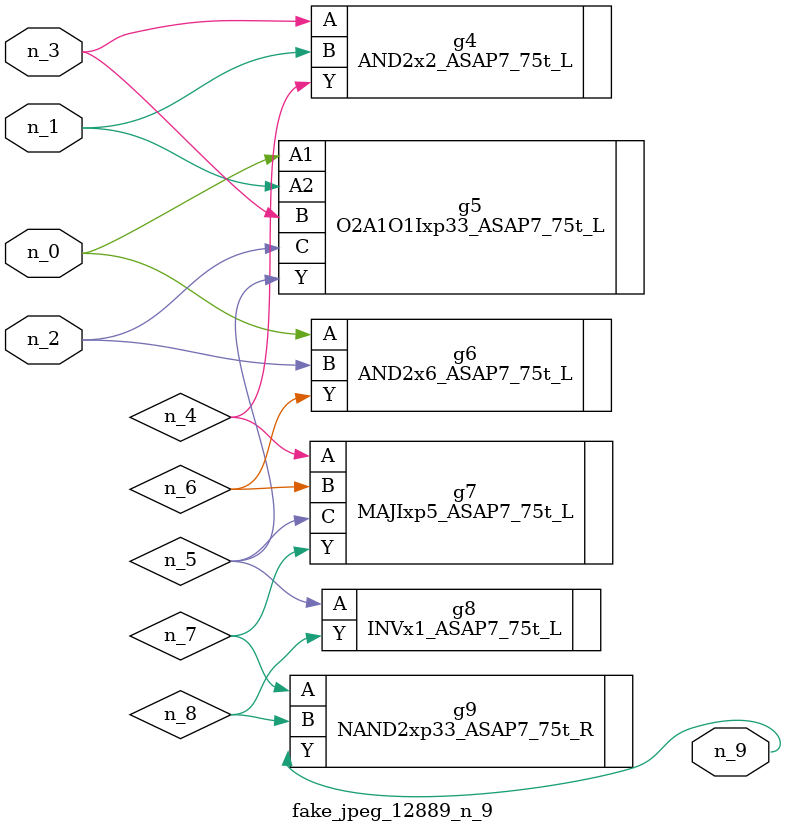
<source format=v>
module fake_jpeg_12889_n_9 (n_0, n_3, n_2, n_1, n_9);

input n_0;
input n_3;
input n_2;
input n_1;

output n_9;

wire n_4;
wire n_8;
wire n_6;
wire n_5;
wire n_7;

AND2x2_ASAP7_75t_L g4 ( 
.A(n_3),
.B(n_1),
.Y(n_4)
);

O2A1O1Ixp33_ASAP7_75t_L g5 ( 
.A1(n_0),
.A2(n_1),
.B(n_3),
.C(n_2),
.Y(n_5)
);

AND2x6_ASAP7_75t_L g6 ( 
.A(n_0),
.B(n_2),
.Y(n_6)
);

MAJIxp5_ASAP7_75t_L g7 ( 
.A(n_4),
.B(n_6),
.C(n_5),
.Y(n_7)
);

NAND2xp33_ASAP7_75t_R g9 ( 
.A(n_7),
.B(n_8),
.Y(n_9)
);

INVx1_ASAP7_75t_L g8 ( 
.A(n_5),
.Y(n_8)
);


endmodule
</source>
